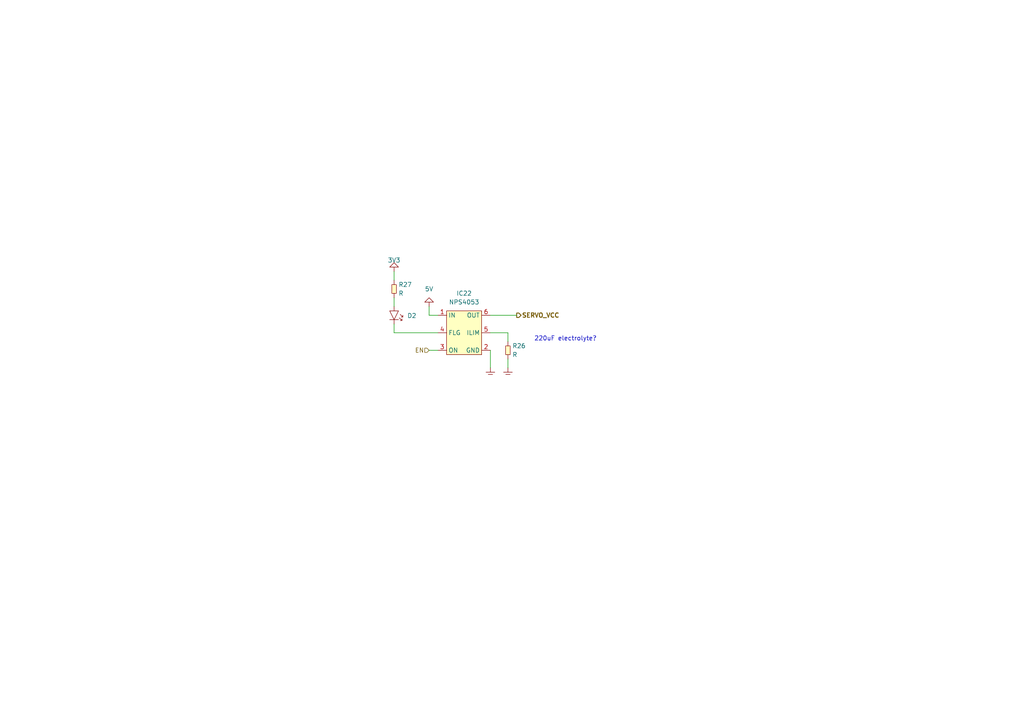
<source format=kicad_sch>
(kicad_sch (version 20231120) (generator "eeschema") (generator_version "8.0")
  (paper "A4")
  (lib_symbols
    (symbol "Power:NPS4053"
      (property "Reference" "IC" (at 0 10.16 0))
      (property "Value" "NPS4053" (at 0 7.62 0))
      (symbol "NPS4053_1_1"
        (rectangle (start -5.08 6.35) (end 5.08 -6.35) (fill (type background)))
        (pin power_in line (at -7.62 5.08 0) (length 2.54) (name "IN") (number "1"))
        (pin power_out line (at 7.62 -5.08 180) (length 2.54) (name "GND") (number "2"))
        (pin input line (at -7.62 -5.08 0) (length 2.54) (name "ON") (number "3"))
        (pin open_collector line (at -7.62 0 0) (length 2.54) (name "FLG") (number "4"))
        (pin input line (at 7.62 0 180) (length 2.54) (name "ILIM") (number "5"))
        (pin power_out line (at 7.62 5.08 180) (length 2.54) (name "OUT") (number "6"))
      )
    )
    (symbol "generic:3V3" (power) (pin_numbers hide) (pin_names (offset 0) hide)
      (property "Value" "3V3" (at 0 3.81 0))
      (symbol "3V3_0_1"
        (polyline (pts (xy 0 0) (xy 0 1.27) (xy -1.27 1.27) (xy 0 2.54) (xy 1.27 1.27) (xy 0 1.27)))
      )
      (symbol "3V3_1_1"
        (pin power_in line (at 0 0 90) (length 2.54) hide (name "3V3") (number "~"))
      )
    )
    (symbol "generic:5V" (power) (pin_numbers hide) (pin_names (offset 0) hide)
      (property "Value" "5V" (at 0 3.81 0))
      (symbol "5V_0_1"
        (polyline (pts (xy 0 0) (xy 0 1.27) (xy -1.27 1.27) (xy 0 2.54) (xy 1.27 1.27) (xy 0 1.27)))
      )
      (symbol "5V_1_1"
        (pin power_in line (at 0 0 90) (length 2.54) hide (name "GND") (number "~"))
      )
    )
    (symbol "generic:GND" (power) (pin_numbers hide) (pin_names (offset 0) hide)
      (symbol "GND_0_1"
        (polyline (pts (xy -1.27 -1.27) (xy 1.27 -1.27)))
        (polyline (pts (xy 0 -2.54) (xy 0 -2.54)))
        (polyline (pts (xy 0 -1.27) (xy 0 0)))
        (polyline (pts (xy 0.635 -1.905) (xy -0.635 -1.905)))
      )
      (symbol "GND_1_1"
        (pin power_in line (at 0 0 270) (length 2.54) hide (name "GND") (number "~"))
      )
    )
    (symbol "generic:LED" (pin_numbers hide) (pin_names (offset 0) hide)
      (property "Reference" "D" (at 0 3.81 0))
      (symbol "LED_0_1"
        (polyline (pts (xy 1.27 1.27) (xy 1.27 -1.27)))
        (polyline (pts (xy 1.524 1.778) (xy 1.524 2.286)))
        (polyline (pts (xy 0.762 1.524) (xy 1.524 2.286) (xy 1.016 2.286)))
        (polyline (pts (xy -1.27 1.27) (xy -1.27 -1.27) (xy 1.27 0) (xy -1.27 1.27)))
      )
      (symbol "LED_1_1"
        (polyline (pts (xy 0.508 2.032) (xy 0.508 2.54)))
        (polyline (pts (xy -0.254 1.778) (xy 0.508 2.54) (xy 0 2.54)))
        (pin input line (at -2.54 0 0) (length 1.27) (name "A") (number "1"))
        (pin output line (at 2.54 0 180) (length 1.27) (name "K") (number "2"))
      )
    )
    (symbol "generic:R" (pin_numbers hide) (pin_names (offset 0) hide)
      (property "Reference" "R" (at 0 1.905 0))
      (property "Value" "R" (at 0 -2.54 0))
      (symbol "R_0_1"
        (rectangle (start -1.27 0.635) (end 1.27 -0.635) (fill (type background)))
      )
      (symbol "R_1_1"
        (pin bidirectional line (at -2.54 0 0) (length 1.27) (name "~") (number "1"))
        (pin bidirectional line (at 2.54 0 180) (length 1.27) (name "~") (number "2"))
      )
    )
  )
  (wire (pts (xy 127 96.52) (xy 114.3 96.52)))
  (wire (pts (xy 147.32 96.52) (xy 147.32 99.06)))
  (wire (pts (xy 114.3 78.74) (xy 114.3 81.28)))
  (wire (pts (xy 114.3 96.52) (xy 114.3 93.98)))
  (wire (pts (xy 124.46 91.44) (xy 127 91.44)))
  (wire (pts (xy 142.24 101.6) (xy 142.24 106.68)))
  (wire (pts (xy 142.24 91.44) (xy 149.86 91.44)))
  (wire (pts (xy 124.46 88.9) (xy 124.46 91.44)))
  (wire (pts (xy 142.24 96.52) (xy 147.32 96.52)))
  (wire (pts (xy 114.3 86.36) (xy 114.3 88.9)))
  (wire (pts (xy 124.46 101.6) (xy 127 101.6)))
  (wire (pts (xy 147.32 104.14) (xy 147.32 106.68)))
  (text "220uF electrolyte?" (at 154.94 99.06 0) (effects (font (size 1.27 1.27)) (justify left bottom)))
  (hierarchical_label "EN" (shape input) (at 124.46 101.6 180))
  (hierarchical_label "SERVO_VCC" (shape output) (at 149.86 91.44 0) (effects (font (bold yes))))
  (symbol (lib_id "generic:R") (at 147.32 101.6 270) (unit 1)
    (property "Reference" "R26" (at 148.59 100.33 90) (effects (justify left)))
    (property "Value" "R" (at 148.59 102.87 90) (effects (justify left)))
    (property "Footprint" "SMT:0603" (effects (hide yes)))
  )
  (symbol (lib_id "generic:LED") (at 114.3 91.44 270) (unit 1)
    (property "Reference" "D2" (at 118.11 91.567 90) (effects (justify left)))
    (property "Value" "LED" (effects (hide yes)))
    (property "Footprint" "SMT:0603" (effects (hide yes)))
  )
  (symbol (lib_id "Power:NPS4053") (at 134.62 96.52 0) (unit 1)
    (property "Reference" "IC22" (at 134.62 85.09 0))
    (property "Value" "NPS4053" (at 134.62 87.63 0))
    (property "Footprint" "SOT:SOT-23-6" (effects (hide yes)))
    (property "Datasheet" "https://assets.nexperia.com/documents/data-sheet/NPS4053.pdf" (effects (hide yes)))
    (property "Manufacturer" "nexperia" (effects (hide yes)))
    (property "MPN" "NPS4053GVH" (effects (hide yes)))
    (property "DigiKey" "1727-NPS4053GVHCT-ND" (effects (hide yes)))
  )
  (symbol (lib_id "generic:GND") (at 147.32 106.68 0) (unit 1)
    (property "Reference" "#GND067" (effects (hide yes)))
    (property "Value" "GND" (effects (hide yes)))
  )
  (symbol (lib_id "generic:R") (at 114.3 83.82 270) (unit 1)
    (property "Reference" "R27" (at 115.57 82.55 90) (effects (justify left)))
    (property "Value" "R" (at 115.57 85.09 90) (effects (justify left)))
    (property "Footprint" "SMT:0603" (effects (hide yes)))
  )
  (symbol (lib_id "generic:5V") (at 124.46 88.9 0) (unit 1)
    (property "Reference" "#5V03" (effects (hide yes)))
    (property "Value" "5V" (at 124.46 83.82 0))
  )
  (symbol (lib_id "generic:3V3") (at 114.3 78.74 0) (unit 1)
    (property "Reference" "#3V016" (effects (hide yes)))
    (property "Value" "3V3" (at 114.3 76.2 0) (effects (justify bottom)))
  )
  (symbol (lib_id "generic:GND") (at 142.24 106.68 0) (unit 1)
    (property "Reference" "#GND068" (effects (hide yes)))
    (property "Value" "GND" (effects (hide yes)))
  )
)
</source>
